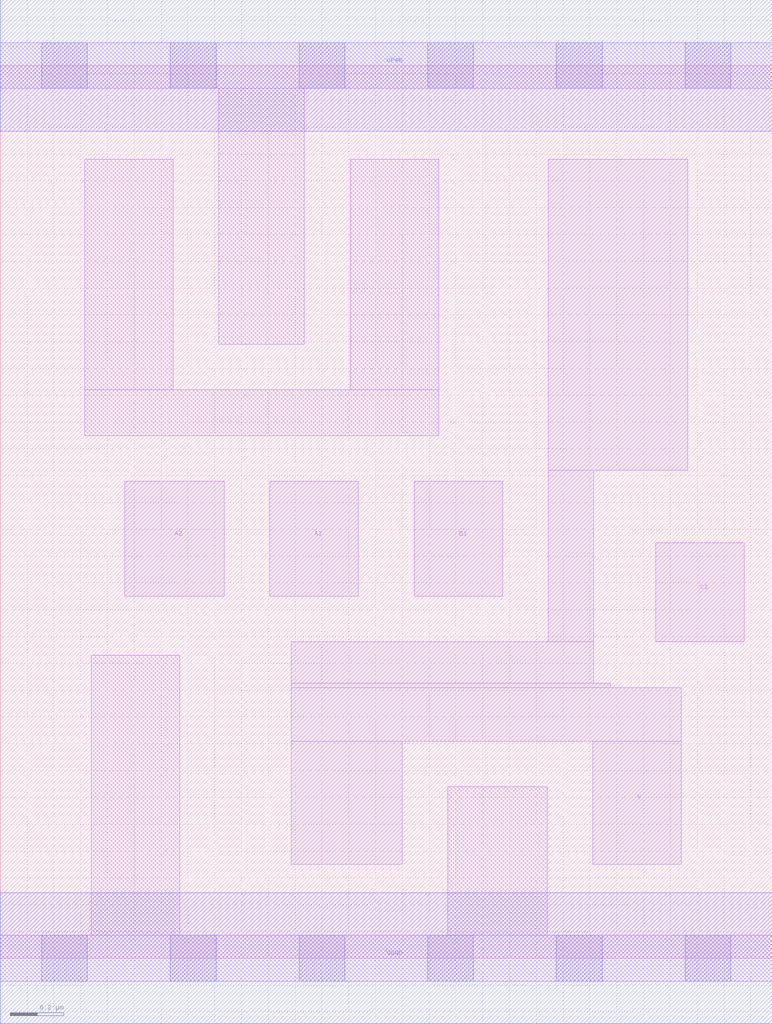
<source format=lef>
# Copyright 2020 The SkyWater PDK Authors
#
# Licensed under the Apache License, Version 2.0 (the "License");
# you may not use this file except in compliance with the License.
# You may obtain a copy of the License at
#
#     https://www.apache.org/licenses/LICENSE-2.0
#
# Unless required by applicable law or agreed to in writing, software
# distributed under the License is distributed on an "AS IS" BASIS,
# WITHOUT WARRANTIES OR CONDITIONS OF ANY KIND, either express or implied.
# See the License for the specific language governing permissions and
# limitations under the License.
#
# SPDX-License-Identifier: Apache-2.0

VERSION 5.7 ;
  NAMESCASESENSITIVE ON ;
  NOWIREEXTENSIONATPIN ON ;
  DIVIDERCHAR "/" ;
  BUSBITCHARS "[]" ;
UNITS
  DATABASE MICRONS 200 ;
END UNITS
MACRO sky130_fd_sc_hs__a211oi_1
  CLASS CORE ;
  FOREIGN sky130_fd_sc_hs__a211oi_1 ;
  ORIGIN  0.000000  0.000000 ;
  SIZE  2.880000 BY  3.330000 ;
  SYMMETRY X Y ;
  SITE unit ;
  PIN A1
    ANTENNAGATEAREA  0.279000 ;
    DIRECTION INPUT ;
    USE SIGNAL ;
    PORT
      LAYER li1 ;
        RECT 1.005000 1.350000 1.335000 1.780000 ;
    END
  END A1
  PIN A2
    ANTENNAGATEAREA  0.279000 ;
    DIRECTION INPUT ;
    USE SIGNAL ;
    PORT
      LAYER li1 ;
        RECT 0.465000 1.350000 0.835000 1.780000 ;
    END
  END A2
  PIN B1
    ANTENNAGATEAREA  0.279000 ;
    DIRECTION INPUT ;
    USE SIGNAL ;
    PORT
      LAYER li1 ;
        RECT 1.545000 1.350000 1.875000 1.780000 ;
    END
  END B1
  PIN C1
    ANTENNAGATEAREA  0.279000 ;
    DIRECTION INPUT ;
    USE SIGNAL ;
    PORT
      LAYER li1 ;
        RECT 2.445000 1.180000 2.775000 1.550000 ;
    END
  END C1
  PIN Y
    ANTENNADIFFAREA  0.792700 ;
    DIRECTION OUTPUT ;
    USE SIGNAL ;
    PORT
      LAYER li1 ;
        RECT 1.085000 0.350000 1.500000 0.810000 ;
        RECT 1.085000 0.810000 2.540000 1.010000 ;
        RECT 1.085000 1.010000 2.275000 1.025000 ;
        RECT 1.085000 1.025000 2.215000 1.180000 ;
        RECT 2.045000 1.180000 2.215000 1.820000 ;
        RECT 2.045000 1.820000 2.565000 2.980000 ;
        RECT 2.210000 0.350000 2.540000 0.810000 ;
    END
  END Y
  PIN VGND
    DIRECTION INOUT ;
    USE GROUND ;
    PORT
      LAYER met1 ;
        RECT 0.000000 -0.245000 2.880000 0.245000 ;
    END
  END VGND
  PIN VPWR
    DIRECTION INOUT ;
    USE POWER ;
    PORT
      LAYER met1 ;
        RECT 0.000000 3.085000 2.880000 3.575000 ;
    END
  END VPWR
  OBS
    LAYER li1 ;
      RECT 0.000000 -0.085000 2.880000 0.085000 ;
      RECT 0.000000  3.245000 2.880000 3.415000 ;
      RECT 0.315000  1.950000 1.635000 2.120000 ;
      RECT 0.315000  2.120000 0.645000 2.980000 ;
      RECT 0.340000  0.085000 0.670000 1.130000 ;
      RECT 0.815000  2.290000 1.135000 3.245000 ;
      RECT 1.305000  2.120000 1.635000 2.980000 ;
      RECT 1.670000  0.085000 2.040000 0.640000 ;
    LAYER mcon ;
      RECT 0.155000 -0.085000 0.325000 0.085000 ;
      RECT 0.155000  3.245000 0.325000 3.415000 ;
      RECT 0.635000 -0.085000 0.805000 0.085000 ;
      RECT 0.635000  3.245000 0.805000 3.415000 ;
      RECT 1.115000 -0.085000 1.285000 0.085000 ;
      RECT 1.115000  3.245000 1.285000 3.415000 ;
      RECT 1.595000 -0.085000 1.765000 0.085000 ;
      RECT 1.595000  3.245000 1.765000 3.415000 ;
      RECT 2.075000 -0.085000 2.245000 0.085000 ;
      RECT 2.075000  3.245000 2.245000 3.415000 ;
      RECT 2.555000 -0.085000 2.725000 0.085000 ;
      RECT 2.555000  3.245000 2.725000 3.415000 ;
  END
END sky130_fd_sc_hs__a211oi_1
END LIBRARY

</source>
